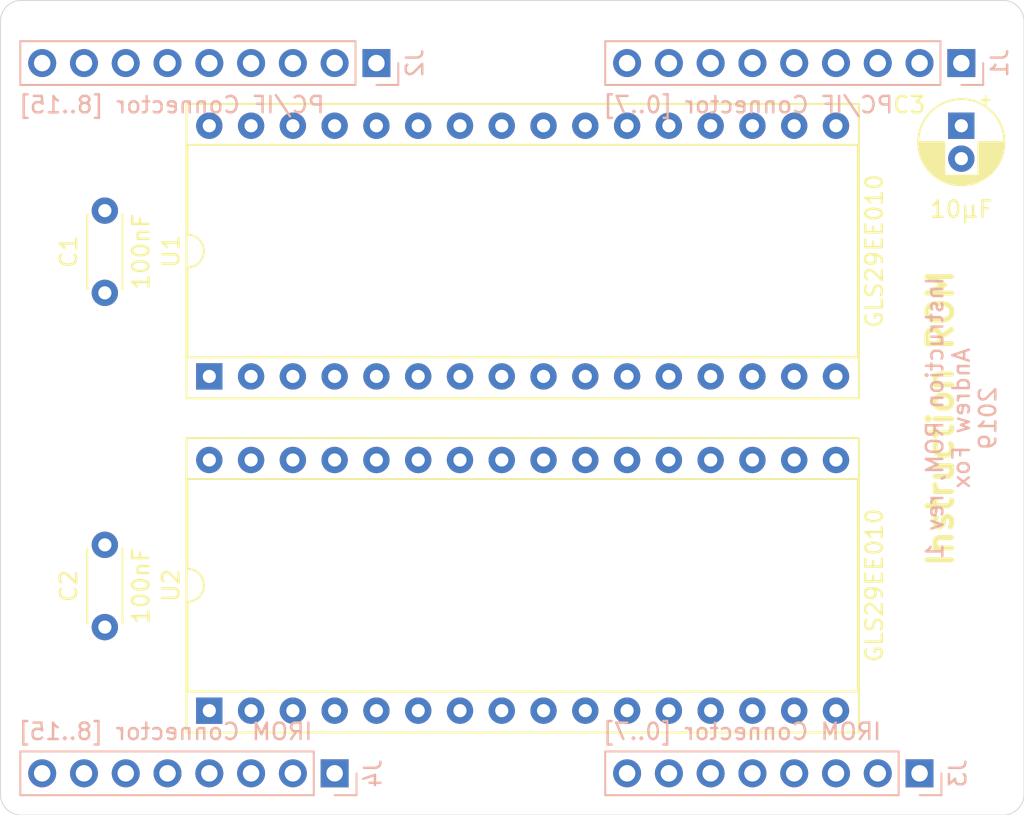
<source format=kicad_pcb>
(kicad_pcb (version 20171130) (host pcbnew "(5.1.0-0)")

  (general
    (thickness 1.6)
    (drawings 10)
    (tracks 0)
    (zones 0)
    (modules 9)
    (nets 35)
  )

  (page A4)
  (layers
    (0 F.Cu signal)
    (1 GND.Cu power)
    (2 VCC.Cu power)
    (31 B.Cu signal)
    (32 B.Adhes user)
    (33 F.Adhes user)
    (34 B.Paste user)
    (35 F.Paste user)
    (36 B.SilkS user)
    (37 F.SilkS user)
    (38 B.Mask user)
    (39 F.Mask user)
    (40 Dwgs.User user)
    (41 Cmts.User user)
    (42 Eco1.User user)
    (43 Eco2.User user)
    (44 Edge.Cuts user)
    (45 Margin user)
    (46 B.CrtYd user)
    (47 F.CrtYd user)
    (48 B.Fab user)
    (49 F.Fab user)
  )

  (setup
    (last_trace_width 0.127)
    (trace_clearance 0.127)
    (zone_clearance 0.508)
    (zone_45_only no)
    (trace_min 0.0889)
    (via_size 0.45)
    (via_drill 0.3)
    (via_min_size 0.45)
    (via_min_drill 0.2)
    (uvia_size 0.3)
    (uvia_drill 0.1)
    (uvias_allowed no)
    (uvia_min_size 0.2)
    (uvia_min_drill 0.1)
    (edge_width 0.05)
    (segment_width 0.2)
    (pcb_text_width 0.3)
    (pcb_text_size 1.5 1.5)
    (mod_edge_width 0.12)
    (mod_text_size 1 1)
    (mod_text_width 0.15)
    (pad_size 1.524 1.524)
    (pad_drill 0.762)
    (pad_to_mask_clearance 0.051)
    (solder_mask_min_width 0.25)
    (aux_axis_origin 0 0)
    (visible_elements FFFFFF7F)
    (pcbplotparams
      (layerselection 0x010fc_ffffffff)
      (usegerberextensions false)
      (usegerberattributes false)
      (usegerberadvancedattributes false)
      (creategerberjobfile false)
      (excludeedgelayer true)
      (linewidth 0.100000)
      (plotframeref false)
      (viasonmask false)
      (mode 1)
      (useauxorigin false)
      (hpglpennumber 1)
      (hpglpenspeed 20)
      (hpglpendiameter 15.000000)
      (psnegative false)
      (psa4output false)
      (plotreference true)
      (plotvalue true)
      (plotinvisibletext false)
      (padsonsilk false)
      (subtractmaskfromsilk false)
      (outputformat 1)
      (mirror false)
      (drillshape 1)
      (scaleselection 1)
      (outputdirectory ""))
  )

  (net 0 "")
  (net 1 GND)
  (net 2 VCC)
  (net 3 /PC_IF7)
  (net 4 /PC_IF6)
  (net 5 /PC_IF5)
  (net 6 /PC_IF4)
  (net 7 /PC_IF3)
  (net 8 /PC_IF2)
  (net 9 /PC_IF1)
  (net 10 /PC_IF0)
  (net 11 /PC_IF15)
  (net 12 /PC_IF14)
  (net 13 /PC_IF13)
  (net 14 /PC_IF12)
  (net 15 /PC_IF11)
  (net 16 /PC_IF10)
  (net 17 /PC_IF9)
  (net 18 /PC_IF8)
  (net 19 /IROM7)
  (net 20 /IROM6)
  (net 21 /IROM5)
  (net 22 /IROM4)
  (net 23 /IROM3)
  (net 24 /IROM2)
  (net 25 /IROM1)
  (net 26 /IROM0)
  (net 27 /IROM15)
  (net 28 /IROM14)
  (net 29 /IROM13)
  (net 30 /IROM12)
  (net 31 /IROM11)
  (net 32 /IROM10)
  (net 33 /IROM9)
  (net 34 /IROM8)

  (net_class Default "This is the default net class."
    (clearance 0.127)
    (trace_width 0.127)
    (via_dia 0.45)
    (via_drill 0.3)
    (uvia_dia 0.3)
    (uvia_drill 0.1)
    (add_net /IROM0)
    (add_net /IROM1)
    (add_net /IROM10)
    (add_net /IROM11)
    (add_net /IROM12)
    (add_net /IROM13)
    (add_net /IROM14)
    (add_net /IROM15)
    (add_net /IROM2)
    (add_net /IROM3)
    (add_net /IROM4)
    (add_net /IROM5)
    (add_net /IROM6)
    (add_net /IROM7)
    (add_net /IROM8)
    (add_net /IROM9)
    (add_net /PC_IF0)
    (add_net /PC_IF1)
    (add_net /PC_IF10)
    (add_net /PC_IF11)
    (add_net /PC_IF12)
    (add_net /PC_IF13)
    (add_net /PC_IF14)
    (add_net /PC_IF15)
    (add_net /PC_IF2)
    (add_net /PC_IF3)
    (add_net /PC_IF4)
    (add_net /PC_IF5)
    (add_net /PC_IF6)
    (add_net /PC_IF7)
    (add_net /PC_IF8)
    (add_net /PC_IF9)
    (add_net GND)
    (add_net VCC)
  )

  (module Capacitor_THT:CP_Radial_D5.0mm_P2.00mm (layer F.Cu) (tedit 5AE50EF0) (tstamp 5D8DF885)
    (at 170.18 59.69 270)
    (descr "CP, Radial series, Radial, pin pitch=2.00mm, , diameter=5mm, Electrolytic Capacitor")
    (tags "CP Radial series Radial pin pitch 2.00mm  diameter 5mm Electrolytic Capacitor")
    (path /5D8F1749)
    (fp_text reference C3 (at -1.27 3.175) (layer F.SilkS)
      (effects (font (size 1 1) (thickness 0.15)))
    )
    (fp_text value 10µF (at 5.08 0) (layer F.SilkS)
      (effects (font (size 1 1) (thickness 0.15)))
    )
    (fp_text user %R (at 1 0 270) (layer F.Fab)
      (effects (font (size 1 1) (thickness 0.15)))
    )
    (fp_line (start -1.554775 -1.725) (end -1.554775 -1.225) (layer F.SilkS) (width 0.12))
    (fp_line (start -1.804775 -1.475) (end -1.304775 -1.475) (layer F.SilkS) (width 0.12))
    (fp_line (start 3.601 -0.284) (end 3.601 0.284) (layer F.SilkS) (width 0.12))
    (fp_line (start 3.561 -0.518) (end 3.561 0.518) (layer F.SilkS) (width 0.12))
    (fp_line (start 3.521 -0.677) (end 3.521 0.677) (layer F.SilkS) (width 0.12))
    (fp_line (start 3.481 -0.805) (end 3.481 0.805) (layer F.SilkS) (width 0.12))
    (fp_line (start 3.441 -0.915) (end 3.441 0.915) (layer F.SilkS) (width 0.12))
    (fp_line (start 3.401 -1.011) (end 3.401 1.011) (layer F.SilkS) (width 0.12))
    (fp_line (start 3.361 -1.098) (end 3.361 1.098) (layer F.SilkS) (width 0.12))
    (fp_line (start 3.321 -1.178) (end 3.321 1.178) (layer F.SilkS) (width 0.12))
    (fp_line (start 3.281 -1.251) (end 3.281 1.251) (layer F.SilkS) (width 0.12))
    (fp_line (start 3.241 -1.319) (end 3.241 1.319) (layer F.SilkS) (width 0.12))
    (fp_line (start 3.201 -1.383) (end 3.201 1.383) (layer F.SilkS) (width 0.12))
    (fp_line (start 3.161 -1.443) (end 3.161 1.443) (layer F.SilkS) (width 0.12))
    (fp_line (start 3.121 -1.5) (end 3.121 1.5) (layer F.SilkS) (width 0.12))
    (fp_line (start 3.081 -1.554) (end 3.081 1.554) (layer F.SilkS) (width 0.12))
    (fp_line (start 3.041 -1.605) (end 3.041 1.605) (layer F.SilkS) (width 0.12))
    (fp_line (start 3.001 1.04) (end 3.001 1.653) (layer F.SilkS) (width 0.12))
    (fp_line (start 3.001 -1.653) (end 3.001 -1.04) (layer F.SilkS) (width 0.12))
    (fp_line (start 2.961 1.04) (end 2.961 1.699) (layer F.SilkS) (width 0.12))
    (fp_line (start 2.961 -1.699) (end 2.961 -1.04) (layer F.SilkS) (width 0.12))
    (fp_line (start 2.921 1.04) (end 2.921 1.743) (layer F.SilkS) (width 0.12))
    (fp_line (start 2.921 -1.743) (end 2.921 -1.04) (layer F.SilkS) (width 0.12))
    (fp_line (start 2.881 1.04) (end 2.881 1.785) (layer F.SilkS) (width 0.12))
    (fp_line (start 2.881 -1.785) (end 2.881 -1.04) (layer F.SilkS) (width 0.12))
    (fp_line (start 2.841 1.04) (end 2.841 1.826) (layer F.SilkS) (width 0.12))
    (fp_line (start 2.841 -1.826) (end 2.841 -1.04) (layer F.SilkS) (width 0.12))
    (fp_line (start 2.801 1.04) (end 2.801 1.864) (layer F.SilkS) (width 0.12))
    (fp_line (start 2.801 -1.864) (end 2.801 -1.04) (layer F.SilkS) (width 0.12))
    (fp_line (start 2.761 1.04) (end 2.761 1.901) (layer F.SilkS) (width 0.12))
    (fp_line (start 2.761 -1.901) (end 2.761 -1.04) (layer F.SilkS) (width 0.12))
    (fp_line (start 2.721 1.04) (end 2.721 1.937) (layer F.SilkS) (width 0.12))
    (fp_line (start 2.721 -1.937) (end 2.721 -1.04) (layer F.SilkS) (width 0.12))
    (fp_line (start 2.681 1.04) (end 2.681 1.971) (layer F.SilkS) (width 0.12))
    (fp_line (start 2.681 -1.971) (end 2.681 -1.04) (layer F.SilkS) (width 0.12))
    (fp_line (start 2.641 1.04) (end 2.641 2.004) (layer F.SilkS) (width 0.12))
    (fp_line (start 2.641 -2.004) (end 2.641 -1.04) (layer F.SilkS) (width 0.12))
    (fp_line (start 2.601 1.04) (end 2.601 2.035) (layer F.SilkS) (width 0.12))
    (fp_line (start 2.601 -2.035) (end 2.601 -1.04) (layer F.SilkS) (width 0.12))
    (fp_line (start 2.561 1.04) (end 2.561 2.065) (layer F.SilkS) (width 0.12))
    (fp_line (start 2.561 -2.065) (end 2.561 -1.04) (layer F.SilkS) (width 0.12))
    (fp_line (start 2.521 1.04) (end 2.521 2.095) (layer F.SilkS) (width 0.12))
    (fp_line (start 2.521 -2.095) (end 2.521 -1.04) (layer F.SilkS) (width 0.12))
    (fp_line (start 2.481 1.04) (end 2.481 2.122) (layer F.SilkS) (width 0.12))
    (fp_line (start 2.481 -2.122) (end 2.481 -1.04) (layer F.SilkS) (width 0.12))
    (fp_line (start 2.441 1.04) (end 2.441 2.149) (layer F.SilkS) (width 0.12))
    (fp_line (start 2.441 -2.149) (end 2.441 -1.04) (layer F.SilkS) (width 0.12))
    (fp_line (start 2.401 1.04) (end 2.401 2.175) (layer F.SilkS) (width 0.12))
    (fp_line (start 2.401 -2.175) (end 2.401 -1.04) (layer F.SilkS) (width 0.12))
    (fp_line (start 2.361 1.04) (end 2.361 2.2) (layer F.SilkS) (width 0.12))
    (fp_line (start 2.361 -2.2) (end 2.361 -1.04) (layer F.SilkS) (width 0.12))
    (fp_line (start 2.321 1.04) (end 2.321 2.224) (layer F.SilkS) (width 0.12))
    (fp_line (start 2.321 -2.224) (end 2.321 -1.04) (layer F.SilkS) (width 0.12))
    (fp_line (start 2.281 1.04) (end 2.281 2.247) (layer F.SilkS) (width 0.12))
    (fp_line (start 2.281 -2.247) (end 2.281 -1.04) (layer F.SilkS) (width 0.12))
    (fp_line (start 2.241 1.04) (end 2.241 2.268) (layer F.SilkS) (width 0.12))
    (fp_line (start 2.241 -2.268) (end 2.241 -1.04) (layer F.SilkS) (width 0.12))
    (fp_line (start 2.201 1.04) (end 2.201 2.29) (layer F.SilkS) (width 0.12))
    (fp_line (start 2.201 -2.29) (end 2.201 -1.04) (layer F.SilkS) (width 0.12))
    (fp_line (start 2.161 1.04) (end 2.161 2.31) (layer F.SilkS) (width 0.12))
    (fp_line (start 2.161 -2.31) (end 2.161 -1.04) (layer F.SilkS) (width 0.12))
    (fp_line (start 2.121 1.04) (end 2.121 2.329) (layer F.SilkS) (width 0.12))
    (fp_line (start 2.121 -2.329) (end 2.121 -1.04) (layer F.SilkS) (width 0.12))
    (fp_line (start 2.081 1.04) (end 2.081 2.348) (layer F.SilkS) (width 0.12))
    (fp_line (start 2.081 -2.348) (end 2.081 -1.04) (layer F.SilkS) (width 0.12))
    (fp_line (start 2.041 1.04) (end 2.041 2.365) (layer F.SilkS) (width 0.12))
    (fp_line (start 2.041 -2.365) (end 2.041 -1.04) (layer F.SilkS) (width 0.12))
    (fp_line (start 2.001 1.04) (end 2.001 2.382) (layer F.SilkS) (width 0.12))
    (fp_line (start 2.001 -2.382) (end 2.001 -1.04) (layer F.SilkS) (width 0.12))
    (fp_line (start 1.961 1.04) (end 1.961 2.398) (layer F.SilkS) (width 0.12))
    (fp_line (start 1.961 -2.398) (end 1.961 -1.04) (layer F.SilkS) (width 0.12))
    (fp_line (start 1.921 1.04) (end 1.921 2.414) (layer F.SilkS) (width 0.12))
    (fp_line (start 1.921 -2.414) (end 1.921 -1.04) (layer F.SilkS) (width 0.12))
    (fp_line (start 1.881 1.04) (end 1.881 2.428) (layer F.SilkS) (width 0.12))
    (fp_line (start 1.881 -2.428) (end 1.881 -1.04) (layer F.SilkS) (width 0.12))
    (fp_line (start 1.841 1.04) (end 1.841 2.442) (layer F.SilkS) (width 0.12))
    (fp_line (start 1.841 -2.442) (end 1.841 -1.04) (layer F.SilkS) (width 0.12))
    (fp_line (start 1.801 1.04) (end 1.801 2.455) (layer F.SilkS) (width 0.12))
    (fp_line (start 1.801 -2.455) (end 1.801 -1.04) (layer F.SilkS) (width 0.12))
    (fp_line (start 1.761 1.04) (end 1.761 2.468) (layer F.SilkS) (width 0.12))
    (fp_line (start 1.761 -2.468) (end 1.761 -1.04) (layer F.SilkS) (width 0.12))
    (fp_line (start 1.721 1.04) (end 1.721 2.48) (layer F.SilkS) (width 0.12))
    (fp_line (start 1.721 -2.48) (end 1.721 -1.04) (layer F.SilkS) (width 0.12))
    (fp_line (start 1.68 1.04) (end 1.68 2.491) (layer F.SilkS) (width 0.12))
    (fp_line (start 1.68 -2.491) (end 1.68 -1.04) (layer F.SilkS) (width 0.12))
    (fp_line (start 1.64 1.04) (end 1.64 2.501) (layer F.SilkS) (width 0.12))
    (fp_line (start 1.64 -2.501) (end 1.64 -1.04) (layer F.SilkS) (width 0.12))
    (fp_line (start 1.6 1.04) (end 1.6 2.511) (layer F.SilkS) (width 0.12))
    (fp_line (start 1.6 -2.511) (end 1.6 -1.04) (layer F.SilkS) (width 0.12))
    (fp_line (start 1.56 1.04) (end 1.56 2.52) (layer F.SilkS) (width 0.12))
    (fp_line (start 1.56 -2.52) (end 1.56 -1.04) (layer F.SilkS) (width 0.12))
    (fp_line (start 1.52 1.04) (end 1.52 2.528) (layer F.SilkS) (width 0.12))
    (fp_line (start 1.52 -2.528) (end 1.52 -1.04) (layer F.SilkS) (width 0.12))
    (fp_line (start 1.48 1.04) (end 1.48 2.536) (layer F.SilkS) (width 0.12))
    (fp_line (start 1.48 -2.536) (end 1.48 -1.04) (layer F.SilkS) (width 0.12))
    (fp_line (start 1.44 1.04) (end 1.44 2.543) (layer F.SilkS) (width 0.12))
    (fp_line (start 1.44 -2.543) (end 1.44 -1.04) (layer F.SilkS) (width 0.12))
    (fp_line (start 1.4 1.04) (end 1.4 2.55) (layer F.SilkS) (width 0.12))
    (fp_line (start 1.4 -2.55) (end 1.4 -1.04) (layer F.SilkS) (width 0.12))
    (fp_line (start 1.36 1.04) (end 1.36 2.556) (layer F.SilkS) (width 0.12))
    (fp_line (start 1.36 -2.556) (end 1.36 -1.04) (layer F.SilkS) (width 0.12))
    (fp_line (start 1.32 1.04) (end 1.32 2.561) (layer F.SilkS) (width 0.12))
    (fp_line (start 1.32 -2.561) (end 1.32 -1.04) (layer F.SilkS) (width 0.12))
    (fp_line (start 1.28 1.04) (end 1.28 2.565) (layer F.SilkS) (width 0.12))
    (fp_line (start 1.28 -2.565) (end 1.28 -1.04) (layer F.SilkS) (width 0.12))
    (fp_line (start 1.24 1.04) (end 1.24 2.569) (layer F.SilkS) (width 0.12))
    (fp_line (start 1.24 -2.569) (end 1.24 -1.04) (layer F.SilkS) (width 0.12))
    (fp_line (start 1.2 1.04) (end 1.2 2.573) (layer F.SilkS) (width 0.12))
    (fp_line (start 1.2 -2.573) (end 1.2 -1.04) (layer F.SilkS) (width 0.12))
    (fp_line (start 1.16 1.04) (end 1.16 2.576) (layer F.SilkS) (width 0.12))
    (fp_line (start 1.16 -2.576) (end 1.16 -1.04) (layer F.SilkS) (width 0.12))
    (fp_line (start 1.12 1.04) (end 1.12 2.578) (layer F.SilkS) (width 0.12))
    (fp_line (start 1.12 -2.578) (end 1.12 -1.04) (layer F.SilkS) (width 0.12))
    (fp_line (start 1.08 1.04) (end 1.08 2.579) (layer F.SilkS) (width 0.12))
    (fp_line (start 1.08 -2.579) (end 1.08 -1.04) (layer F.SilkS) (width 0.12))
    (fp_line (start 1.04 -2.58) (end 1.04 -1.04) (layer F.SilkS) (width 0.12))
    (fp_line (start 1.04 1.04) (end 1.04 2.58) (layer F.SilkS) (width 0.12))
    (fp_line (start 1 -2.58) (end 1 -1.04) (layer F.SilkS) (width 0.12))
    (fp_line (start 1 1.04) (end 1 2.58) (layer F.SilkS) (width 0.12))
    (fp_line (start -0.883605 -1.3375) (end -0.883605 -0.8375) (layer F.Fab) (width 0.1))
    (fp_line (start -1.133605 -1.0875) (end -0.633605 -1.0875) (layer F.Fab) (width 0.1))
    (fp_circle (center 1 0) (end 3.75 0) (layer F.CrtYd) (width 0.05))
    (fp_circle (center 1 0) (end 3.62 0) (layer F.SilkS) (width 0.12))
    (fp_circle (center 1 0) (end 3.5 0) (layer F.Fab) (width 0.1))
    (pad 2 thru_hole circle (at 2 0 270) (size 1.6 1.6) (drill 0.8) (layers *.Cu *.Mask)
      (net 1 GND))
    (pad 1 thru_hole rect (at 0 0 270) (size 1.6 1.6) (drill 0.8) (layers *.Cu *.Mask)
      (net 2 VCC))
    (model ${KISYS3DMOD}/Capacitor_THT.3dshapes/CP_Radial_D5.0mm_P2.00mm.wrl
      (at (xyz 0 0 0))
      (scale (xyz 1 1 1))
      (rotate (xyz 0 0 0))
    )
  )

  (module Package_DIP:DIP-32_W15.24mm_Socket (layer F.Cu) (tedit 5A02E8C5) (tstamp 5D8DE941)
    (at 124.46 95.25 90)
    (descr "32-lead though-hole mounted DIP package, row spacing 15.24 mm (600 mils), Socket")
    (tags "THT DIP DIL PDIP 2.54mm 15.24mm 600mil Socket")
    (path /5D23ED7B)
    (fp_text reference U2 (at 7.62 -2.33 90) (layer F.SilkS)
      (effects (font (size 1 1) (thickness 0.15)))
    )
    (fp_text value GLS29EE010 (at 7.62 40.43 90) (layer F.SilkS)
      (effects (font (size 1 1) (thickness 0.15)))
    )
    (fp_text user %R (at 7.62 19.05 90) (layer F.Fab)
      (effects (font (size 1 1) (thickness 0.15)))
    )
    (fp_line (start 16.8 -1.6) (end -1.55 -1.6) (layer F.CrtYd) (width 0.05))
    (fp_line (start 16.8 39.7) (end 16.8 -1.6) (layer F.CrtYd) (width 0.05))
    (fp_line (start -1.55 39.7) (end 16.8 39.7) (layer F.CrtYd) (width 0.05))
    (fp_line (start -1.55 -1.6) (end -1.55 39.7) (layer F.CrtYd) (width 0.05))
    (fp_line (start 16.57 -1.39) (end -1.33 -1.39) (layer F.SilkS) (width 0.12))
    (fp_line (start 16.57 39.49) (end 16.57 -1.39) (layer F.SilkS) (width 0.12))
    (fp_line (start -1.33 39.49) (end 16.57 39.49) (layer F.SilkS) (width 0.12))
    (fp_line (start -1.33 -1.39) (end -1.33 39.49) (layer F.SilkS) (width 0.12))
    (fp_line (start 14.08 -1.33) (end 8.62 -1.33) (layer F.SilkS) (width 0.12))
    (fp_line (start 14.08 39.43) (end 14.08 -1.33) (layer F.SilkS) (width 0.12))
    (fp_line (start 1.16 39.43) (end 14.08 39.43) (layer F.SilkS) (width 0.12))
    (fp_line (start 1.16 -1.33) (end 1.16 39.43) (layer F.SilkS) (width 0.12))
    (fp_line (start 6.62 -1.33) (end 1.16 -1.33) (layer F.SilkS) (width 0.12))
    (fp_line (start 16.51 -1.33) (end -1.27 -1.33) (layer F.Fab) (width 0.1))
    (fp_line (start 16.51 39.43) (end 16.51 -1.33) (layer F.Fab) (width 0.1))
    (fp_line (start -1.27 39.43) (end 16.51 39.43) (layer F.Fab) (width 0.1))
    (fp_line (start -1.27 -1.33) (end -1.27 39.43) (layer F.Fab) (width 0.1))
    (fp_line (start 0.255 -0.27) (end 1.255 -1.27) (layer F.Fab) (width 0.1))
    (fp_line (start 0.255 39.37) (end 0.255 -0.27) (layer F.Fab) (width 0.1))
    (fp_line (start 14.985 39.37) (end 0.255 39.37) (layer F.Fab) (width 0.1))
    (fp_line (start 14.985 -1.27) (end 14.985 39.37) (layer F.Fab) (width 0.1))
    (fp_line (start 1.255 -1.27) (end 14.985 -1.27) (layer F.Fab) (width 0.1))
    (fp_arc (start 7.62 -1.33) (end 6.62 -1.33) (angle -180) (layer F.SilkS) (width 0.12))
    (pad 32 thru_hole oval (at 15.24 0 90) (size 1.6 1.6) (drill 0.8) (layers *.Cu *.Mask)
      (net 2 VCC))
    (pad 16 thru_hole oval (at 0 38.1 90) (size 1.6 1.6) (drill 0.8) (layers *.Cu *.Mask)
      (net 1 GND))
    (pad 31 thru_hole oval (at 15.24 2.54 90) (size 1.6 1.6) (drill 0.8) (layers *.Cu *.Mask)
      (net 2 VCC))
    (pad 15 thru_hole oval (at 0 35.56 90) (size 1.6 1.6) (drill 0.8) (layers *.Cu *.Mask)
      (net 32 /IROM10))
    (pad 30 thru_hole oval (at 15.24 5.08 90) (size 1.6 1.6) (drill 0.8) (layers *.Cu *.Mask))
    (pad 14 thru_hole oval (at 0 33.02 90) (size 1.6 1.6) (drill 0.8) (layers *.Cu *.Mask)
      (net 33 /IROM9))
    (pad 29 thru_hole oval (at 15.24 7.62 90) (size 1.6 1.6) (drill 0.8) (layers *.Cu *.Mask)
      (net 12 /PC_IF14))
    (pad 13 thru_hole oval (at 0 30.48 90) (size 1.6 1.6) (drill 0.8) (layers *.Cu *.Mask)
      (net 34 /IROM8))
    (pad 28 thru_hole oval (at 15.24 10.16 90) (size 1.6 1.6) (drill 0.8) (layers *.Cu *.Mask)
      (net 13 /PC_IF13))
    (pad 12 thru_hole oval (at 0 27.94 90) (size 1.6 1.6) (drill 0.8) (layers *.Cu *.Mask)
      (net 10 /PC_IF0))
    (pad 27 thru_hole oval (at 15.24 12.7 90) (size 1.6 1.6) (drill 0.8) (layers *.Cu *.Mask)
      (net 18 /PC_IF8))
    (pad 11 thru_hole oval (at 0 25.4 90) (size 1.6 1.6) (drill 0.8) (layers *.Cu *.Mask)
      (net 9 /PC_IF1))
    (pad 26 thru_hole oval (at 15.24 15.24 90) (size 1.6 1.6) (drill 0.8) (layers *.Cu *.Mask)
      (net 17 /PC_IF9))
    (pad 10 thru_hole oval (at 0 22.86 90) (size 1.6 1.6) (drill 0.8) (layers *.Cu *.Mask)
      (net 8 /PC_IF2))
    (pad 25 thru_hole oval (at 15.24 17.78 90) (size 1.6 1.6) (drill 0.8) (layers *.Cu *.Mask)
      (net 15 /PC_IF11))
    (pad 9 thru_hole oval (at 0 20.32 90) (size 1.6 1.6) (drill 0.8) (layers *.Cu *.Mask)
      (net 7 /PC_IF3))
    (pad 24 thru_hole oval (at 15.24 20.32 90) (size 1.6 1.6) (drill 0.8) (layers *.Cu *.Mask)
      (net 1 GND))
    (pad 8 thru_hole oval (at 0 17.78 90) (size 1.6 1.6) (drill 0.8) (layers *.Cu *.Mask)
      (net 6 /PC_IF4))
    (pad 23 thru_hole oval (at 15.24 22.86 90) (size 1.6 1.6) (drill 0.8) (layers *.Cu *.Mask)
      (net 16 /PC_IF10))
    (pad 7 thru_hole oval (at 0 15.24 90) (size 1.6 1.6) (drill 0.8) (layers *.Cu *.Mask)
      (net 5 /PC_IF5))
    (pad 22 thru_hole oval (at 15.24 25.4 90) (size 1.6 1.6) (drill 0.8) (layers *.Cu *.Mask)
      (net 1 GND))
    (pad 6 thru_hole oval (at 0 12.7 90) (size 1.6 1.6) (drill 0.8) (layers *.Cu *.Mask)
      (net 4 /PC_IF6))
    (pad 21 thru_hole oval (at 15.24 27.94 90) (size 1.6 1.6) (drill 0.8) (layers *.Cu *.Mask)
      (net 27 /IROM15))
    (pad 5 thru_hole oval (at 0 10.16 90) (size 1.6 1.6) (drill 0.8) (layers *.Cu *.Mask)
      (net 3 /PC_IF7))
    (pad 20 thru_hole oval (at 15.24 30.48 90) (size 1.6 1.6) (drill 0.8) (layers *.Cu *.Mask)
      (net 28 /IROM14))
    (pad 4 thru_hole oval (at 0 7.62 90) (size 1.6 1.6) (drill 0.8) (layers *.Cu *.Mask)
      (net 14 /PC_IF12))
    (pad 19 thru_hole oval (at 15.24 33.02 90) (size 1.6 1.6) (drill 0.8) (layers *.Cu *.Mask)
      (net 29 /IROM13))
    (pad 3 thru_hole oval (at 0 5.08 90) (size 1.6 1.6) (drill 0.8) (layers *.Cu *.Mask)
      (net 11 /PC_IF15))
    (pad 18 thru_hole oval (at 15.24 35.56 90) (size 1.6 1.6) (drill 0.8) (layers *.Cu *.Mask)
      (net 30 /IROM12))
    (pad 2 thru_hole oval (at 0 2.54 90) (size 1.6 1.6) (drill 0.8) (layers *.Cu *.Mask)
      (net 1 GND))
    (pad 17 thru_hole oval (at 15.24 38.1 90) (size 1.6 1.6) (drill 0.8) (layers *.Cu *.Mask)
      (net 31 /IROM11))
    (pad 1 thru_hole rect (at 0 0 90) (size 1.6 1.6) (drill 0.8) (layers *.Cu *.Mask))
    (model ${KISYS3DMOD}/Package_DIP.3dshapes/DIP-32_W15.24mm_Socket.wrl
      (at (xyz 0 0 0))
      (scale (xyz 1 1 1))
      (rotate (xyz 0 0 0))
    )
  )

  (module Package_DIP:DIP-32_W15.24mm_Socket (layer F.Cu) (tedit 5A02E8C5) (tstamp 5D8DE9F2)
    (at 124.46 74.93 90)
    (descr "32-lead though-hole mounted DIP package, row spacing 15.24 mm (600 mils), Socket")
    (tags "THT DIP DIL PDIP 2.54mm 15.24mm 600mil Socket")
    (path /5D23BFD4)
    (fp_text reference U1 (at 7.62 -2.33 90) (layer F.SilkS)
      (effects (font (size 1 1) (thickness 0.15)))
    )
    (fp_text value GLS29EE010 (at 7.62 40.43 90) (layer F.SilkS)
      (effects (font (size 1 1) (thickness 0.15)))
    )
    (fp_text user %R (at 7.62 19.05 90) (layer F.Fab)
      (effects (font (size 1 1) (thickness 0.15)))
    )
    (fp_line (start 16.8 -1.6) (end -1.55 -1.6) (layer F.CrtYd) (width 0.05))
    (fp_line (start 16.8 39.7) (end 16.8 -1.6) (layer F.CrtYd) (width 0.05))
    (fp_line (start -1.55 39.7) (end 16.8 39.7) (layer F.CrtYd) (width 0.05))
    (fp_line (start -1.55 -1.6) (end -1.55 39.7) (layer F.CrtYd) (width 0.05))
    (fp_line (start 16.57 -1.39) (end -1.33 -1.39) (layer F.SilkS) (width 0.12))
    (fp_line (start 16.57 39.49) (end 16.57 -1.39) (layer F.SilkS) (width 0.12))
    (fp_line (start -1.33 39.49) (end 16.57 39.49) (layer F.SilkS) (width 0.12))
    (fp_line (start -1.33 -1.39) (end -1.33 39.49) (layer F.SilkS) (width 0.12))
    (fp_line (start 14.08 -1.33) (end 8.62 -1.33) (layer F.SilkS) (width 0.12))
    (fp_line (start 14.08 39.43) (end 14.08 -1.33) (layer F.SilkS) (width 0.12))
    (fp_line (start 1.16 39.43) (end 14.08 39.43) (layer F.SilkS) (width 0.12))
    (fp_line (start 1.16 -1.33) (end 1.16 39.43) (layer F.SilkS) (width 0.12))
    (fp_line (start 6.62 -1.33) (end 1.16 -1.33) (layer F.SilkS) (width 0.12))
    (fp_line (start 16.51 -1.33) (end -1.27 -1.33) (layer F.Fab) (width 0.1))
    (fp_line (start 16.51 39.43) (end 16.51 -1.33) (layer F.Fab) (width 0.1))
    (fp_line (start -1.27 39.43) (end 16.51 39.43) (layer F.Fab) (width 0.1))
    (fp_line (start -1.27 -1.33) (end -1.27 39.43) (layer F.Fab) (width 0.1))
    (fp_line (start 0.255 -0.27) (end 1.255 -1.27) (layer F.Fab) (width 0.1))
    (fp_line (start 0.255 39.37) (end 0.255 -0.27) (layer F.Fab) (width 0.1))
    (fp_line (start 14.985 39.37) (end 0.255 39.37) (layer F.Fab) (width 0.1))
    (fp_line (start 14.985 -1.27) (end 14.985 39.37) (layer F.Fab) (width 0.1))
    (fp_line (start 1.255 -1.27) (end 14.985 -1.27) (layer F.Fab) (width 0.1))
    (fp_arc (start 7.62 -1.33) (end 6.62 -1.33) (angle -180) (layer F.SilkS) (width 0.12))
    (pad 32 thru_hole oval (at 15.24 0 90) (size 1.6 1.6) (drill 0.8) (layers *.Cu *.Mask)
      (net 2 VCC))
    (pad 16 thru_hole oval (at 0 38.1 90) (size 1.6 1.6) (drill 0.8) (layers *.Cu *.Mask)
      (net 1 GND))
    (pad 31 thru_hole oval (at 15.24 2.54 90) (size 1.6 1.6) (drill 0.8) (layers *.Cu *.Mask)
      (net 2 VCC))
    (pad 15 thru_hole oval (at 0 35.56 90) (size 1.6 1.6) (drill 0.8) (layers *.Cu *.Mask)
      (net 24 /IROM2))
    (pad 30 thru_hole oval (at 15.24 5.08 90) (size 1.6 1.6) (drill 0.8) (layers *.Cu *.Mask))
    (pad 14 thru_hole oval (at 0 33.02 90) (size 1.6 1.6) (drill 0.8) (layers *.Cu *.Mask)
      (net 25 /IROM1))
    (pad 29 thru_hole oval (at 15.24 7.62 90) (size 1.6 1.6) (drill 0.8) (layers *.Cu *.Mask)
      (net 12 /PC_IF14))
    (pad 13 thru_hole oval (at 0 30.48 90) (size 1.6 1.6) (drill 0.8) (layers *.Cu *.Mask)
      (net 26 /IROM0))
    (pad 28 thru_hole oval (at 15.24 10.16 90) (size 1.6 1.6) (drill 0.8) (layers *.Cu *.Mask)
      (net 13 /PC_IF13))
    (pad 12 thru_hole oval (at 0 27.94 90) (size 1.6 1.6) (drill 0.8) (layers *.Cu *.Mask)
      (net 10 /PC_IF0))
    (pad 27 thru_hole oval (at 15.24 12.7 90) (size 1.6 1.6) (drill 0.8) (layers *.Cu *.Mask)
      (net 18 /PC_IF8))
    (pad 11 thru_hole oval (at 0 25.4 90) (size 1.6 1.6) (drill 0.8) (layers *.Cu *.Mask)
      (net 9 /PC_IF1))
    (pad 26 thru_hole oval (at 15.24 15.24 90) (size 1.6 1.6) (drill 0.8) (layers *.Cu *.Mask)
      (net 17 /PC_IF9))
    (pad 10 thru_hole oval (at 0 22.86 90) (size 1.6 1.6) (drill 0.8) (layers *.Cu *.Mask)
      (net 8 /PC_IF2))
    (pad 25 thru_hole oval (at 15.24 17.78 90) (size 1.6 1.6) (drill 0.8) (layers *.Cu *.Mask)
      (net 15 /PC_IF11))
    (pad 9 thru_hole oval (at 0 20.32 90) (size 1.6 1.6) (drill 0.8) (layers *.Cu *.Mask)
      (net 7 /PC_IF3))
    (pad 24 thru_hole oval (at 15.24 20.32 90) (size 1.6 1.6) (drill 0.8) (layers *.Cu *.Mask)
      (net 1 GND))
    (pad 8 thru_hole oval (at 0 17.78 90) (size 1.6 1.6) (drill 0.8) (layers *.Cu *.Mask)
      (net 6 /PC_IF4))
    (pad 23 thru_hole oval (at 15.24 22.86 90) (size 1.6 1.6) (drill 0.8) (layers *.Cu *.Mask)
      (net 16 /PC_IF10))
    (pad 7 thru_hole oval (at 0 15.24 90) (size 1.6 1.6) (drill 0.8) (layers *.Cu *.Mask)
      (net 5 /PC_IF5))
    (pad 22 thru_hole oval (at 15.24 25.4 90) (size 1.6 1.6) (drill 0.8) (layers *.Cu *.Mask)
      (net 1 GND))
    (pad 6 thru_hole oval (at 0 12.7 90) (size 1.6 1.6) (drill 0.8) (layers *.Cu *.Mask)
      (net 4 /PC_IF6))
    (pad 21 thru_hole oval (at 15.24 27.94 90) (size 1.6 1.6) (drill 0.8) (layers *.Cu *.Mask)
      (net 19 /IROM7))
    (pad 5 thru_hole oval (at 0 10.16 90) (size 1.6 1.6) (drill 0.8) (layers *.Cu *.Mask)
      (net 3 /PC_IF7))
    (pad 20 thru_hole oval (at 15.24 30.48 90) (size 1.6 1.6) (drill 0.8) (layers *.Cu *.Mask)
      (net 20 /IROM6))
    (pad 4 thru_hole oval (at 0 7.62 90) (size 1.6 1.6) (drill 0.8) (layers *.Cu *.Mask)
      (net 14 /PC_IF12))
    (pad 19 thru_hole oval (at 15.24 33.02 90) (size 1.6 1.6) (drill 0.8) (layers *.Cu *.Mask)
      (net 21 /IROM5))
    (pad 3 thru_hole oval (at 0 5.08 90) (size 1.6 1.6) (drill 0.8) (layers *.Cu *.Mask)
      (net 11 /PC_IF15))
    (pad 18 thru_hole oval (at 15.24 35.56 90) (size 1.6 1.6) (drill 0.8) (layers *.Cu *.Mask)
      (net 22 /IROM4))
    (pad 2 thru_hole oval (at 0 2.54 90) (size 1.6 1.6) (drill 0.8) (layers *.Cu *.Mask)
      (net 1 GND))
    (pad 17 thru_hole oval (at 15.24 38.1 90) (size 1.6 1.6) (drill 0.8) (layers *.Cu *.Mask)
      (net 23 /IROM3))
    (pad 1 thru_hole rect (at 0 0 90) (size 1.6 1.6) (drill 0.8) (layers *.Cu *.Mask))
    (model ${KISYS3DMOD}/Package_DIP.3dshapes/DIP-32_W15.24mm_Socket.wrl
      (at (xyz 0 0 0))
      (scale (xyz 1 1 1))
      (rotate (xyz 0 0 0))
    )
  )

  (module Connector_PinHeader_2.54mm:PinHeader_1x08_P2.54mm_Vertical (layer B.Cu) (tedit 59FED5CC) (tstamp 5D8DDE1F)
    (at 132.08 99.06 90)
    (descr "Through hole straight pin header, 1x08, 2.54mm pitch, single row")
    (tags "Through hole pin header THT 1x08 2.54mm single row")
    (path /5D8C22E3)
    (fp_text reference J4 (at 0 2.33 90) (layer B.SilkS)
      (effects (font (size 1 1) (thickness 0.15)) (justify mirror))
    )
    (fp_text value "IROM Connector [8..15]" (at 2.54 -10.287 -180) (layer B.SilkS)
      (effects (font (size 1 1) (thickness 0.15)) (justify mirror))
    )
    (fp_text user %R (at 0 -8.89) (layer B.Fab)
      (effects (font (size 1 1) (thickness 0.15)) (justify mirror))
    )
    (fp_line (start 1.8 1.8) (end -1.8 1.8) (layer B.CrtYd) (width 0.05))
    (fp_line (start 1.8 -19.55) (end 1.8 1.8) (layer B.CrtYd) (width 0.05))
    (fp_line (start -1.8 -19.55) (end 1.8 -19.55) (layer B.CrtYd) (width 0.05))
    (fp_line (start -1.8 1.8) (end -1.8 -19.55) (layer B.CrtYd) (width 0.05))
    (fp_line (start -1.33 1.33) (end 0 1.33) (layer B.SilkS) (width 0.12))
    (fp_line (start -1.33 0) (end -1.33 1.33) (layer B.SilkS) (width 0.12))
    (fp_line (start -1.33 -1.27) (end 1.33 -1.27) (layer B.SilkS) (width 0.12))
    (fp_line (start 1.33 -1.27) (end 1.33 -19.11) (layer B.SilkS) (width 0.12))
    (fp_line (start -1.33 -1.27) (end -1.33 -19.11) (layer B.SilkS) (width 0.12))
    (fp_line (start -1.33 -19.11) (end 1.33 -19.11) (layer B.SilkS) (width 0.12))
    (fp_line (start -1.27 0.635) (end -0.635 1.27) (layer B.Fab) (width 0.1))
    (fp_line (start -1.27 -19.05) (end -1.27 0.635) (layer B.Fab) (width 0.1))
    (fp_line (start 1.27 -19.05) (end -1.27 -19.05) (layer B.Fab) (width 0.1))
    (fp_line (start 1.27 1.27) (end 1.27 -19.05) (layer B.Fab) (width 0.1))
    (fp_line (start -0.635 1.27) (end 1.27 1.27) (layer B.Fab) (width 0.1))
    (pad 8 thru_hole oval (at 0 -17.78 90) (size 1.7 1.7) (drill 1) (layers *.Cu *.Mask)
      (net 27 /IROM15))
    (pad 7 thru_hole oval (at 0 -15.24 90) (size 1.7 1.7) (drill 1) (layers *.Cu *.Mask)
      (net 28 /IROM14))
    (pad 6 thru_hole oval (at 0 -12.7 90) (size 1.7 1.7) (drill 1) (layers *.Cu *.Mask)
      (net 29 /IROM13))
    (pad 5 thru_hole oval (at 0 -10.16 90) (size 1.7 1.7) (drill 1) (layers *.Cu *.Mask)
      (net 30 /IROM12))
    (pad 4 thru_hole oval (at 0 -7.62 90) (size 1.7 1.7) (drill 1) (layers *.Cu *.Mask)
      (net 31 /IROM11))
    (pad 3 thru_hole oval (at 0 -5.08 90) (size 1.7 1.7) (drill 1) (layers *.Cu *.Mask)
      (net 32 /IROM10))
    (pad 2 thru_hole oval (at 0 -2.54 90) (size 1.7 1.7) (drill 1) (layers *.Cu *.Mask)
      (net 33 /IROM9))
    (pad 1 thru_hole rect (at 0 0 90) (size 1.7 1.7) (drill 1) (layers *.Cu *.Mask)
      (net 34 /IROM8))
    (model ${KISYS3DMOD}/Connector_PinHeader_2.54mm.3dshapes/PinHeader_1x08_P2.54mm_Vertical.wrl
      (at (xyz 0 0 0))
      (scale (xyz 1 1 1))
      (rotate (xyz 0 0 0))
    )
  )

  (module Connector_PinHeader_2.54mm:PinHeader_1x08_P2.54mm_Vertical (layer B.Cu) (tedit 59FED5CC) (tstamp 5D8DDB1B)
    (at 167.64 99.06 90)
    (descr "Through hole straight pin header, 1x08, 2.54mm pitch, single row")
    (tags "Through hole pin header THT 1x08 2.54mm single row")
    (path /5D8C12A0)
    (fp_text reference J3 (at 0 2.33 90) (layer B.SilkS)
      (effects (font (size 1 1) (thickness 0.15)) (justify mirror))
    )
    (fp_text value "IROM Connector [0..7]" (at 2.54 -10.795) (layer B.SilkS)
      (effects (font (size 1 1) (thickness 0.15)) (justify mirror))
    )
    (fp_text user %R (at 0 -8.89) (layer B.Fab)
      (effects (font (size 1 1) (thickness 0.15)) (justify mirror))
    )
    (fp_line (start 1.8 1.8) (end -1.8 1.8) (layer B.CrtYd) (width 0.05))
    (fp_line (start 1.8 -19.55) (end 1.8 1.8) (layer B.CrtYd) (width 0.05))
    (fp_line (start -1.8 -19.55) (end 1.8 -19.55) (layer B.CrtYd) (width 0.05))
    (fp_line (start -1.8 1.8) (end -1.8 -19.55) (layer B.CrtYd) (width 0.05))
    (fp_line (start -1.33 1.33) (end 0 1.33) (layer B.SilkS) (width 0.12))
    (fp_line (start -1.33 0) (end -1.33 1.33) (layer B.SilkS) (width 0.12))
    (fp_line (start -1.33 -1.27) (end 1.33 -1.27) (layer B.SilkS) (width 0.12))
    (fp_line (start 1.33 -1.27) (end 1.33 -19.11) (layer B.SilkS) (width 0.12))
    (fp_line (start -1.33 -1.27) (end -1.33 -19.11) (layer B.SilkS) (width 0.12))
    (fp_line (start -1.33 -19.11) (end 1.33 -19.11) (layer B.SilkS) (width 0.12))
    (fp_line (start -1.27 0.635) (end -0.635 1.27) (layer B.Fab) (width 0.1))
    (fp_line (start -1.27 -19.05) (end -1.27 0.635) (layer B.Fab) (width 0.1))
    (fp_line (start 1.27 -19.05) (end -1.27 -19.05) (layer B.Fab) (width 0.1))
    (fp_line (start 1.27 1.27) (end 1.27 -19.05) (layer B.Fab) (width 0.1))
    (fp_line (start -0.635 1.27) (end 1.27 1.27) (layer B.Fab) (width 0.1))
    (pad 8 thru_hole oval (at 0 -17.78 90) (size 1.7 1.7) (drill 1) (layers *.Cu *.Mask)
      (net 19 /IROM7))
    (pad 7 thru_hole oval (at 0 -15.24 90) (size 1.7 1.7) (drill 1) (layers *.Cu *.Mask)
      (net 20 /IROM6))
    (pad 6 thru_hole oval (at 0 -12.7 90) (size 1.7 1.7) (drill 1) (layers *.Cu *.Mask)
      (net 21 /IROM5))
    (pad 5 thru_hole oval (at 0 -10.16 90) (size 1.7 1.7) (drill 1) (layers *.Cu *.Mask)
      (net 22 /IROM4))
    (pad 4 thru_hole oval (at 0 -7.62 90) (size 1.7 1.7) (drill 1) (layers *.Cu *.Mask)
      (net 23 /IROM3))
    (pad 3 thru_hole oval (at 0 -5.08 90) (size 1.7 1.7) (drill 1) (layers *.Cu *.Mask)
      (net 24 /IROM2))
    (pad 2 thru_hole oval (at 0 -2.54 90) (size 1.7 1.7) (drill 1) (layers *.Cu *.Mask)
      (net 25 /IROM1))
    (pad 1 thru_hole rect (at 0 0 90) (size 1.7 1.7) (drill 1) (layers *.Cu *.Mask)
      (net 26 /IROM0))
    (model ${KISYS3DMOD}/Connector_PinHeader_2.54mm.3dshapes/PinHeader_1x08_P2.54mm_Vertical.wrl
      (at (xyz 0 0 0))
      (scale (xyz 1 1 1))
      (rotate (xyz 0 0 0))
    )
  )

  (module Connector_PinHeader_2.54mm:PinHeader_1x09_P2.54mm_Vertical (layer B.Cu) (tedit 59FED5CC) (tstamp 5D8DEDF9)
    (at 134.62 55.88 90)
    (descr "Through hole straight pin header, 1x09, 2.54mm pitch, single row")
    (tags "Through hole pin header THT 1x09 2.54mm single row")
    (path /5D8B7923)
    (fp_text reference J2 (at 0 2.33 90) (layer B.SilkS)
      (effects (font (size 1 1) (thickness 0.15)) (justify mirror))
    )
    (fp_text value "PC/IF Connector [8..15]" (at -2.54 -12.446) (layer B.SilkS)
      (effects (font (size 1 1) (thickness 0.15)) (justify mirror))
    )
    (fp_text user %R (at 0 -10.16) (layer B.Fab)
      (effects (font (size 1 1) (thickness 0.15)) (justify mirror))
    )
    (fp_line (start 1.8 1.8) (end -1.8 1.8) (layer B.CrtYd) (width 0.05))
    (fp_line (start 1.8 -22.1) (end 1.8 1.8) (layer B.CrtYd) (width 0.05))
    (fp_line (start -1.8 -22.1) (end 1.8 -22.1) (layer B.CrtYd) (width 0.05))
    (fp_line (start -1.8 1.8) (end -1.8 -22.1) (layer B.CrtYd) (width 0.05))
    (fp_line (start -1.33 1.33) (end 0 1.33) (layer B.SilkS) (width 0.12))
    (fp_line (start -1.33 0) (end -1.33 1.33) (layer B.SilkS) (width 0.12))
    (fp_line (start -1.33 -1.27) (end 1.33 -1.27) (layer B.SilkS) (width 0.12))
    (fp_line (start 1.33 -1.27) (end 1.33 -21.65) (layer B.SilkS) (width 0.12))
    (fp_line (start -1.33 -1.27) (end -1.33 -21.65) (layer B.SilkS) (width 0.12))
    (fp_line (start -1.33 -21.65) (end 1.33 -21.65) (layer B.SilkS) (width 0.12))
    (fp_line (start -1.27 0.635) (end -0.635 1.27) (layer B.Fab) (width 0.1))
    (fp_line (start -1.27 -21.59) (end -1.27 0.635) (layer B.Fab) (width 0.1))
    (fp_line (start 1.27 -21.59) (end -1.27 -21.59) (layer B.Fab) (width 0.1))
    (fp_line (start 1.27 1.27) (end 1.27 -21.59) (layer B.Fab) (width 0.1))
    (fp_line (start -0.635 1.27) (end 1.27 1.27) (layer B.Fab) (width 0.1))
    (pad 9 thru_hole oval (at 0 -20.32 90) (size 1.7 1.7) (drill 1) (layers *.Cu *.Mask)
      (net 11 /PC_IF15))
    (pad 8 thru_hole oval (at 0 -17.78 90) (size 1.7 1.7) (drill 1) (layers *.Cu *.Mask)
      (net 12 /PC_IF14))
    (pad 7 thru_hole oval (at 0 -15.24 90) (size 1.7 1.7) (drill 1) (layers *.Cu *.Mask)
      (net 13 /PC_IF13))
    (pad 6 thru_hole oval (at 0 -12.7 90) (size 1.7 1.7) (drill 1) (layers *.Cu *.Mask)
      (net 14 /PC_IF12))
    (pad 5 thru_hole oval (at 0 -10.16 90) (size 1.7 1.7) (drill 1) (layers *.Cu *.Mask)
      (net 15 /PC_IF11))
    (pad 4 thru_hole oval (at 0 -7.62 90) (size 1.7 1.7) (drill 1) (layers *.Cu *.Mask)
      (net 16 /PC_IF10))
    (pad 3 thru_hole oval (at 0 -5.08 90) (size 1.7 1.7) (drill 1) (layers *.Cu *.Mask)
      (net 17 /PC_IF9))
    (pad 2 thru_hole oval (at 0 -2.54 90) (size 1.7 1.7) (drill 1) (layers *.Cu *.Mask)
      (net 18 /PC_IF8))
    (pad 1 thru_hole rect (at 0 0 90) (size 1.7 1.7) (drill 1) (layers *.Cu *.Mask)
      (net 1 GND))
    (model ${KISYS3DMOD}/Connector_PinHeader_2.54mm.3dshapes/PinHeader_1x09_P2.54mm_Vertical.wrl
      (at (xyz 0 0 0))
      (scale (xyz 1 1 1))
      (rotate (xyz 0 0 0))
    )
  )

  (module Connector_PinHeader_2.54mm:PinHeader_1x09_P2.54mm_Vertical (layer B.Cu) (tedit 59FED5CC) (tstamp 5D8DEE4D)
    (at 170.18 55.88 90)
    (descr "Through hole straight pin header, 1x09, 2.54mm pitch, single row")
    (tags "Through hole pin header THT 1x09 2.54mm single row")
    (path /5D8B47B5)
    (fp_text reference J1 (at 0 2.33 90) (layer B.SilkS)
      (effects (font (size 1 1) (thickness 0.15)) (justify mirror))
    )
    (fp_text value "PC/IF Connector [0..7]" (at -2.54 -12.954) (layer B.SilkS)
      (effects (font (size 1 1) (thickness 0.15)) (justify mirror))
    )
    (fp_text user %R (at 0 -10.16) (layer B.Fab)
      (effects (font (size 1 1) (thickness 0.15)) (justify mirror))
    )
    (fp_line (start 1.8 1.8) (end -1.8 1.8) (layer B.CrtYd) (width 0.05))
    (fp_line (start 1.8 -22.1) (end 1.8 1.8) (layer B.CrtYd) (width 0.05))
    (fp_line (start -1.8 -22.1) (end 1.8 -22.1) (layer B.CrtYd) (width 0.05))
    (fp_line (start -1.8 1.8) (end -1.8 -22.1) (layer B.CrtYd) (width 0.05))
    (fp_line (start -1.33 1.33) (end 0 1.33) (layer B.SilkS) (width 0.12))
    (fp_line (start -1.33 0) (end -1.33 1.33) (layer B.SilkS) (width 0.12))
    (fp_line (start -1.33 -1.27) (end 1.33 -1.27) (layer B.SilkS) (width 0.12))
    (fp_line (start 1.33 -1.27) (end 1.33 -21.65) (layer B.SilkS) (width 0.12))
    (fp_line (start -1.33 -1.27) (end -1.33 -21.65) (layer B.SilkS) (width 0.12))
    (fp_line (start -1.33 -21.65) (end 1.33 -21.65) (layer B.SilkS) (width 0.12))
    (fp_line (start -1.27 0.635) (end -0.635 1.27) (layer B.Fab) (width 0.1))
    (fp_line (start -1.27 -21.59) (end -1.27 0.635) (layer B.Fab) (width 0.1))
    (fp_line (start 1.27 -21.59) (end -1.27 -21.59) (layer B.Fab) (width 0.1))
    (fp_line (start 1.27 1.27) (end 1.27 -21.59) (layer B.Fab) (width 0.1))
    (fp_line (start -0.635 1.27) (end 1.27 1.27) (layer B.Fab) (width 0.1))
    (pad 9 thru_hole oval (at 0 -20.32 90) (size 1.7 1.7) (drill 1) (layers *.Cu *.Mask)
      (net 3 /PC_IF7))
    (pad 8 thru_hole oval (at 0 -17.78 90) (size 1.7 1.7) (drill 1) (layers *.Cu *.Mask)
      (net 4 /PC_IF6))
    (pad 7 thru_hole oval (at 0 -15.24 90) (size 1.7 1.7) (drill 1) (layers *.Cu *.Mask)
      (net 5 /PC_IF5))
    (pad 6 thru_hole oval (at 0 -12.7 90) (size 1.7 1.7) (drill 1) (layers *.Cu *.Mask)
      (net 6 /PC_IF4))
    (pad 5 thru_hole oval (at 0 -10.16 90) (size 1.7 1.7) (drill 1) (layers *.Cu *.Mask)
      (net 7 /PC_IF3))
    (pad 4 thru_hole oval (at 0 -7.62 90) (size 1.7 1.7) (drill 1) (layers *.Cu *.Mask)
      (net 8 /PC_IF2))
    (pad 3 thru_hole oval (at 0 -5.08 90) (size 1.7 1.7) (drill 1) (layers *.Cu *.Mask)
      (net 9 /PC_IF1))
    (pad 2 thru_hole oval (at 0 -2.54 90) (size 1.7 1.7) (drill 1) (layers *.Cu *.Mask)
      (net 10 /PC_IF0))
    (pad 1 thru_hole rect (at 0 0 90) (size 1.7 1.7) (drill 1) (layers *.Cu *.Mask)
      (net 2 VCC))
    (model ${KISYS3DMOD}/Connector_PinHeader_2.54mm.3dshapes/PinHeader_1x09_P2.54mm_Vertical.wrl
      (at (xyz 0 0 0))
      (scale (xyz 1 1 1))
      (rotate (xyz 0 0 0))
    )
  )

  (module Capacitor_THT:C_Disc_D4.3mm_W1.9mm_P5.00mm (layer F.Cu) (tedit 5AE50EF0) (tstamp 5D8DE8A2)
    (at 118.11 90.17 90)
    (descr "C, Disc series, Radial, pin pitch=5.00mm, , diameter*width=4.3*1.9mm^2, Capacitor, http://www.vishay.com/docs/45233/krseries.pdf")
    (tags "C Disc series Radial pin pitch 5.00mm  diameter 4.3mm width 1.9mm Capacitor")
    (path /5DCD8A05)
    (fp_text reference C2 (at 2.5 -2.2 90) (layer F.SilkS)
      (effects (font (size 1 1) (thickness 0.15)))
    )
    (fp_text value 100nF (at 2.5 2.2 90) (layer F.SilkS)
      (effects (font (size 1 1) (thickness 0.15)))
    )
    (fp_text user %R (at 2.5 0 90) (layer F.Fab)
      (effects (font (size 0.86 0.86) (thickness 0.129)))
    )
    (fp_line (start 6.05 -1.2) (end -1.05 -1.2) (layer F.CrtYd) (width 0.05))
    (fp_line (start 6.05 1.2) (end 6.05 -1.2) (layer F.CrtYd) (width 0.05))
    (fp_line (start -1.05 1.2) (end 6.05 1.2) (layer F.CrtYd) (width 0.05))
    (fp_line (start -1.05 -1.2) (end -1.05 1.2) (layer F.CrtYd) (width 0.05))
    (fp_line (start 4.77 1.055) (end 4.77 1.07) (layer F.SilkS) (width 0.12))
    (fp_line (start 4.77 -1.07) (end 4.77 -1.055) (layer F.SilkS) (width 0.12))
    (fp_line (start 0.23 1.055) (end 0.23 1.07) (layer F.SilkS) (width 0.12))
    (fp_line (start 0.23 -1.07) (end 0.23 -1.055) (layer F.SilkS) (width 0.12))
    (fp_line (start 0.23 1.07) (end 4.77 1.07) (layer F.SilkS) (width 0.12))
    (fp_line (start 0.23 -1.07) (end 4.77 -1.07) (layer F.SilkS) (width 0.12))
    (fp_line (start 4.65 -0.95) (end 0.35 -0.95) (layer F.Fab) (width 0.1))
    (fp_line (start 4.65 0.95) (end 4.65 -0.95) (layer F.Fab) (width 0.1))
    (fp_line (start 0.35 0.95) (end 4.65 0.95) (layer F.Fab) (width 0.1))
    (fp_line (start 0.35 -0.95) (end 0.35 0.95) (layer F.Fab) (width 0.1))
    (pad 2 thru_hole circle (at 5 0 90) (size 1.6 1.6) (drill 0.8) (layers *.Cu *.Mask)
      (net 1 GND))
    (pad 1 thru_hole circle (at 0 0 90) (size 1.6 1.6) (drill 0.8) (layers *.Cu *.Mask)
      (net 2 VCC))
    (model ${KISYS3DMOD}/Capacitor_THT.3dshapes/C_Disc_D4.3mm_W1.9mm_P5.00mm.wrl
      (at (xyz 0 0 0))
      (scale (xyz 1 1 1))
      (rotate (xyz 0 0 0))
    )
  )

  (module Capacitor_THT:C_Disc_D4.3mm_W1.9mm_P5.00mm (layer F.Cu) (tedit 5AE50EF0) (tstamp 5D8DE8DE)
    (at 118.11 69.85 90)
    (descr "C, Disc series, Radial, pin pitch=5.00mm, , diameter*width=4.3*1.9mm^2, Capacitor, http://www.vishay.com/docs/45233/krseries.pdf")
    (tags "C Disc series Radial pin pitch 5.00mm  diameter 4.3mm width 1.9mm Capacitor")
    (path /5DCD89FF)
    (fp_text reference C1 (at 2.5 -2.2 90) (layer F.SilkS)
      (effects (font (size 1 1) (thickness 0.15)))
    )
    (fp_text value 100nF (at 2.5 2.2 90) (layer F.SilkS)
      (effects (font (size 1 1) (thickness 0.15)))
    )
    (fp_text user %R (at 2.5 0 90) (layer F.Fab)
      (effects (font (size 0.86 0.86) (thickness 0.129)))
    )
    (fp_line (start 6.05 -1.2) (end -1.05 -1.2) (layer F.CrtYd) (width 0.05))
    (fp_line (start 6.05 1.2) (end 6.05 -1.2) (layer F.CrtYd) (width 0.05))
    (fp_line (start -1.05 1.2) (end 6.05 1.2) (layer F.CrtYd) (width 0.05))
    (fp_line (start -1.05 -1.2) (end -1.05 1.2) (layer F.CrtYd) (width 0.05))
    (fp_line (start 4.77 1.055) (end 4.77 1.07) (layer F.SilkS) (width 0.12))
    (fp_line (start 4.77 -1.07) (end 4.77 -1.055) (layer F.SilkS) (width 0.12))
    (fp_line (start 0.23 1.055) (end 0.23 1.07) (layer F.SilkS) (width 0.12))
    (fp_line (start 0.23 -1.07) (end 0.23 -1.055) (layer F.SilkS) (width 0.12))
    (fp_line (start 0.23 1.07) (end 4.77 1.07) (layer F.SilkS) (width 0.12))
    (fp_line (start 0.23 -1.07) (end 4.77 -1.07) (layer F.SilkS) (width 0.12))
    (fp_line (start 4.65 -0.95) (end 0.35 -0.95) (layer F.Fab) (width 0.1))
    (fp_line (start 4.65 0.95) (end 4.65 -0.95) (layer F.Fab) (width 0.1))
    (fp_line (start 0.35 0.95) (end 4.65 0.95) (layer F.Fab) (width 0.1))
    (fp_line (start 0.35 -0.95) (end 0.35 0.95) (layer F.Fab) (width 0.1))
    (pad 2 thru_hole circle (at 5 0 90) (size 1.6 1.6) (drill 0.8) (layers *.Cu *.Mask)
      (net 1 GND))
    (pad 1 thru_hole circle (at 0 0 90) (size 1.6 1.6) (drill 0.8) (layers *.Cu *.Mask)
      (net 2 VCC))
    (model ${KISYS3DMOD}/Capacitor_THT.3dshapes/C_Disc_D4.3mm_W1.9mm_P5.00mm.wrl
      (at (xyz 0 0 0))
      (scale (xyz 1 1 1))
      (rotate (xyz 0 0 0))
    )
  )

  (gr_text "Instruction ROM, rev 1\nAndrew Fox\n2019" (at 170.18 77.47 90) (layer B.SilkS)
    (effects (font (size 1 1) (thickness 0.15)) (justify mirror))
  )
  (gr_text "Instruction ROM" (at 168.91 77.47 90) (layer F.SilkS)
    (effects (font (size 1.5 1.5) (thickness 0.3)))
  )
  (gr_arc (start 113.03 53.34) (end 113.03 52.07) (angle -90) (layer Edge.Cuts) (width 0.05))
  (gr_arc (start 113.03 100.33) (end 111.76 100.33) (angle -90) (layer Edge.Cuts) (width 0.05))
  (gr_arc (start 172.72 100.33) (end 172.72 101.6) (angle -90) (layer Edge.Cuts) (width 0.05))
  (gr_arc (start 172.72 53.34) (end 173.99 53.34) (angle -90) (layer Edge.Cuts) (width 0.05))
  (gr_line (start 172.72 52.07) (end 113.03 52.07) (layer Edge.Cuts) (width 0.05) (tstamp 5D8DE6FF))
  (gr_line (start 173.99 100.33) (end 173.99 53.34) (layer Edge.Cuts) (width 0.05))
  (gr_line (start 113.03 101.6) (end 172.72 101.6) (layer Edge.Cuts) (width 0.05))
  (gr_line (start 111.76 53.34) (end 111.76 100.33) (layer Edge.Cuts) (width 0.05))

)

</source>
